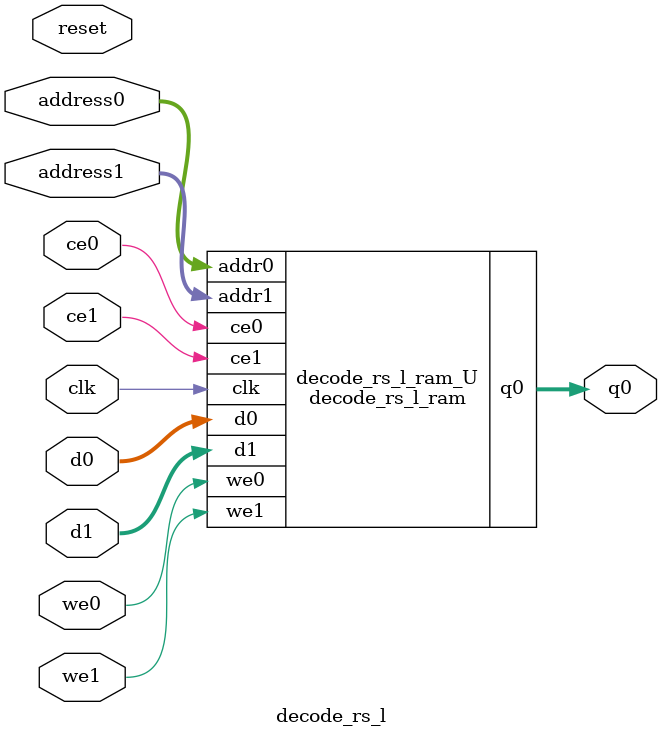
<source format=v>
`timescale 1 ns / 1 ps
module decode_rs_l_ram (addr0, ce0, d0, we0, q0, addr1, ce1, d1, we1,  clk);

parameter DWIDTH = 32;
parameter AWIDTH = 5;
parameter MEM_SIZE = 22;

input[AWIDTH-1:0] addr0;
input ce0;
input[DWIDTH-1:0] d0;
input we0;
output reg[DWIDTH-1:0] q0;
input[AWIDTH-1:0] addr1;
input ce1;
input[DWIDTH-1:0] d1;
input we1;
input clk;

reg [DWIDTH-1:0] ram[0:MEM_SIZE-1];




always @(posedge clk)  
begin 
    if (ce0) begin
        if (we0) 
            ram[addr0] <= d0; 
        q0 <= ram[addr0];
    end
end


always @(posedge clk)  
begin 
    if (ce1) begin
        if (we1) 
            ram[addr1] <= d1; 
    end
end


endmodule

`timescale 1 ns / 1 ps
module decode_rs_l(
    reset,
    clk,
    address0,
    ce0,
    we0,
    d0,
    q0,
    address1,
    ce1,
    we1,
    d1);

parameter DataWidth = 32'd32;
parameter AddressRange = 32'd22;
parameter AddressWidth = 32'd5;
input reset;
input clk;
input[AddressWidth - 1:0] address0;
input ce0;
input we0;
input[DataWidth - 1:0] d0;
output[DataWidth - 1:0] q0;
input[AddressWidth - 1:0] address1;
input ce1;
input we1;
input[DataWidth - 1:0] d1;



decode_rs_l_ram decode_rs_l_ram_U(
    .clk( clk ),
    .addr0( address0 ),
    .ce0( ce0 ),
    .we0( we0 ),
    .d0( d0 ),
    .q0( q0 ),
    .addr1( address1 ),
    .ce1( ce1 ),
    .we1( we1 ),
    .d1( d1 ));

endmodule


</source>
